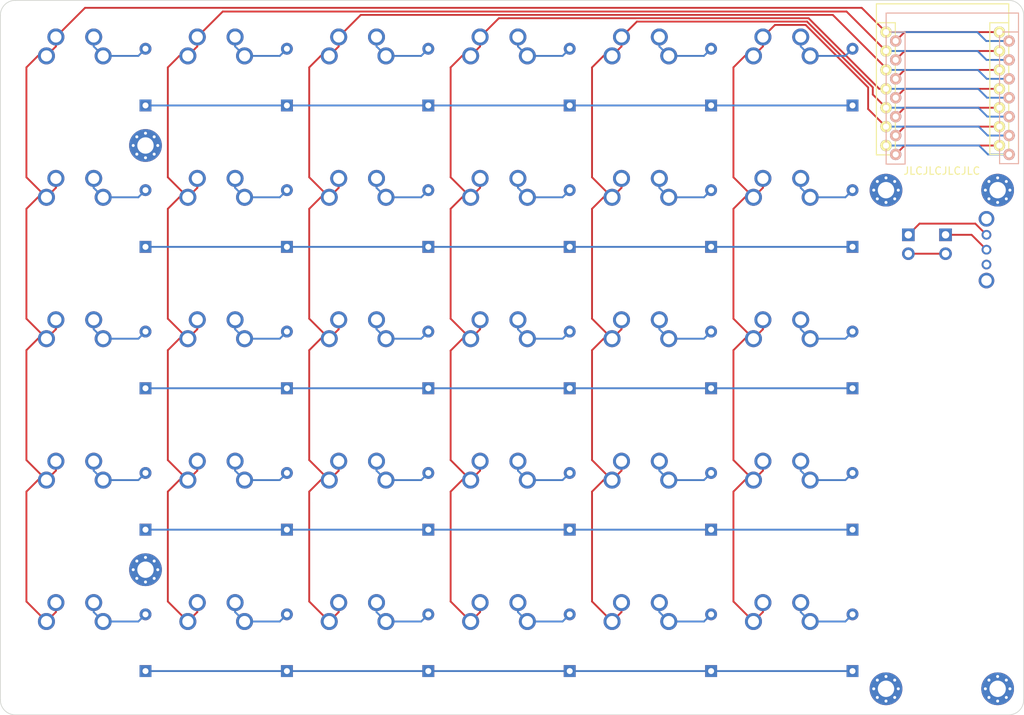
<source format=kicad_pcb>
(kicad_pcb (version 20221018) (generator pcbnew)
  (layers (0 "F.Cu" signal) (31 "B.Cu" signal) (34 "B.Paste" user) (35 "F.Paste" user) (36 "B.SilkS" user "B.Silkscreen") (37 "F.SilkS" user "F.Silkscreen") (38 "B.Mask" user) (39 "F.Mask" user) (44 "Edge.Cuts" user))
  (net 0 "")
  (net 1 "unconnected-(U1-5V-Pad14)")
  (net 2 "Net-(D1-A)")
  (net 3 "COL1")
  (net 4 "COL2")
  (net 5 "COL3")
  (net 6 "COL4")
  (net 7 "COL5")
  (net 8 "COL6")
  (net 9 "ROW1")
  (net 10 "Net-(D2-A)")
  (net 11 "Net-(D3-A)")
  (net 12 "Net-(D4-A)")
  (net 13 "Net-(D5-A)")
  (net 14 "Net-(D6-A)")
  (net 15 "ROW2")
  (net 16 "Net-(D7-A)")
  (net 17 "Net-(D8-A)")
  (net 18 "Net-(D9-A)")
  (net 19 "Net-(D10-A)")
  (net 20 "Net-(D11-A)")
  (net 21 "Net-(D12-A)")
  (net 22 "ROW3")
  (net 23 "Net-(D13-A)")
  (net 24 "Net-(D14-A)")
  (net 25 "Net-(D15-A)")
  (net 26 "Net-(D16-A)")
  (net 27 "Net-(D17-A)")
  (net 28 "Net-(D18-A)")
  (net 29 "ROW4")
  (net 30 "Net-(D19-A)")
  (net 31 "Net-(D20-A)")
  (net 32 "Net-(D21-A)")
  (net 33 "Net-(D22-A)")
  (net 34 "Net-(D23-A)")
  (net 35 "Net-(D24-A)")
  (net 36 "ROW5")
  (net 37 "Net-(D25-A)")
  (net 38 "Net-(D26-A)")
  (net 39 "Net-(D27-A)")
  (net 40 "Net-(D28-A)")
  (net 41 "Net-(D29-A)")
  (net 42 "Net-(D30-A)")
  (net 43 "CHGR+")
  (net 44 "BATT-")
  (net 45 "BATT+")
  (net 46 "VCC")
  (net 47 "GND")
  (footprint "xiao_256:Mount_M2" (layer "F.Cu") (at 154 45.5)
    (fp_text reference "H5" hide)
    (fp_text value "Hole_Pad" hide)
  )
  (footprint "xiao_256:SW_MX_reversible" (layer "F.Cu") (at 30 87)
    (fp_text reference "SW19")
    (fp_text value "CherryMX")
  )
  (footprint "xiao_256:SW_MX_reversible" (layer "F.Cu") (at 125 87)
    (fp_text reference "SW24")
    (fp_text value "CherryMX")
  )
  (footprint "xiao_256:D_DO-35_SOD27_P7.62mm_Horizontal" (layer "F.Cu") (at 115.5 34.12 90)
    (fp_text reference "D5")
    (fp_text value "D")
  )
  (footprint "xiao_256:SK12D07VG4" (layer "F.Cu") (at 152.5 53.5 90)
    (fp_text reference "U2" hide)
    (fp_text value "SK12D07VG4" hide)
  )
  (footprint "xiao_256:SW_MX_reversible" (layer "F.Cu") (at 49 87)
    (fp_text reference "SW20")
    (fp_text value "CherryMX")
  )
  (footprint "xiao_256:D_DO-35_SOD27_P7.62mm_Horizontal" (layer "F.Cu") (at 39.5 34.12 90)
    (fp_text reference "D1")
    (fp_text value "D")
  )
  (footprint "xiao_256:D_DO-35_SOD27_P7.62mm_Horizontal" (layer "F.Cu") (at 96.5 53.12 90)
    (fp_text reference "D10")
    (fp_text value "D")
  )
  (footprint "xiao_256:Mount_M2" (layer "F.Cu") (at 139 112.5)
    (fp_text reference "H4" hide)
    (fp_text value "Hole_Pad" hide)
  )
  (footprint "xiao_256:D_DO-35_SOD27_P7.62mm_Horizontal" (layer "F.Cu") (at 134.5 34.12 90)
    (fp_text reference "D6")
    (fp_text value "D")
  )
  (footprint "xiao_256:D_DO-35_SOD27_P7.62mm_Horizontal" (layer "F.Cu") (at 58.5 53.12 90)
    (fp_text reference "D8")
    (fp_text value "D")
  )
  (footprint "xiao_256:D_DO-35_SOD27_P7.62mm_Horizontal" (layer "F.Cu") (at 39.5 110.12 90)
    (fp_text reference "D25")
    (fp_text value "D")
  )
  (footprint "xiao_256:D_DO-35_SOD27_P7.62mm_Horizontal" (layer "F.Cu") (at 39.5 91.12 90)
    (fp_text reference "D19")
    (fp_text value "D")
  )
  (footprint "xiao_256:SW_MX_reversible" (layer "F.Cu") (at 106 30)
    (fp_text reference "SW5")
    (fp_text value "CherryMX")
  )
  (footprint "xiao_256:D_DO-35_SOD27_P7.62mm_Horizontal" (layer "F.Cu") (at 115.5 110.12 90)
    (fp_text reference "D29")
    (fp_text value "D")
  )
  (footprint "xiao_256:D_DO-35_SOD27_P7.62mm_Horizontal" (layer "F.Cu") (at 134.5 53.12 90)
    (fp_text reference "D12")
    (fp_text value "D")
  )
  (footprint "xiao_256:SW_MX_reversible" (layer "F.Cu") (at 106 106)
    (fp_text reference "SW29")
    (fp_text value "CherryMX")
  )
  (footprint "xiao_256:D_DO-35_SOD27_P7.62mm_Horizontal" (layer "F.Cu") (at 96.5 34.12 90)
    (fp_text reference "D4")
    (fp_text value "D")
  )
  (footprint "xiao_256:Mount_M2" (layer "F.Cu") (at 139 45.5)
    (fp_text reference "H3" hide)
    (fp_text value "Hole_Pad" hide)
  )
  (footprint "xiao_256:D_DO-35_SOD27_P7.62mm_Horizontal" (layer "F.Cu") (at 77.5 53.12 90)
    (fp_text reference "D9")
    (fp_text value "D")
  )
  (footprint "xiao_256:D_DO-35_SOD27_P7.62mm_Horizontal" (layer "F.Cu") (at 39.5 53.12 90)
    (fp_text reference "D7")
    (fp_text value "D")
  )
  (footprint "xiao_256:D_DO-35_SOD27_P7.62mm_Horizontal" (layer "F.Cu") (at 77.5 72.12 90)
    (fp_text reference "D15")
    (fp_text value "D")
  )
  (footprint "xiao_256:SW_MX_reversible" (layer "F.Cu") (at 49 49)
    (fp_text reference "SW8")
    (fp_text value "CherryMX")
  )
  (footprint "xiao_256:D_DO-35_SOD27_P7.62mm_Horizontal" (layer "F.Cu") (at 96.5 72.12 90)
    (fp_text reference "D16")
    (fp_text value "D")
  )
  (footprint "xiao_256:SW_MX_reversible" (layer "F.Cu") (at 68 30)
    (fp_text reference "SW3")
    (fp_text value "CherryMX")
  )
  (footprint "xiao_256:SW_MX_reversible" (layer "F.Cu") (at 49 68)
    (fp_text reference "SW14")
    (fp_text value "CherryMX")
  )
  (footprint "xiao_256:D_DO-35_SOD27_P7.62mm_Horizontal" (layer "F.Cu") (at 77.5 91.12 90)
    (fp_text reference "D21")
    (fp_text value "D")
  )
  (footprint "xiao_256:D_DO-35_SOD27_P7.62mm_Horizontal" (layer "F.Cu") (at 39.5 72.12 90)
    (fp_text reference "D13")
    (fp_text value "D")
  )
  (footprint "xiao_256:D_DO-35_SOD27_P7.62mm_Horizontal" (layer "F.Cu") (at 58.5 34.12 90)
    (fp_text reference "D2")
    (fp_text value "D")
  )
  (footprint "xiao_256:D_DO-35_SOD27_P7.62mm_Horizontal" (layer "F.Cu") (at 115.5 91.12 90)
    (fp_text reference "D23")
    (fp_text value "D")
  )
  (footprint "xiao_256:D_DO-35_SOD27_P7.62mm_Horizontal" (layer "F.Cu") (at 96.5 91.12 90)
    (fp_text reference "D22")
    (fp_text value "D")
  )
  (footprint "xiao_256:D_DO-35_SOD27_P7.62mm_Horizontal" (layer "F.Cu") (at 115.5 72.12 90)
    (fp_text reference "D17")
    (fp_text value "D")
  )
  (footprint "xiao_256:SW_MX_reversible" (layer "F.Cu") (at 125 49)
    (fp_text reference "SW12")
    (fp_text value "CherryMX")
  )
  (footprint "xiao_256:SW_MX_reversible" (layer "F.Cu") (at 106 49)
    (fp_text reference "SW11")
    (fp_text value "CherryMX")
  )
  (footprint "xiao_256:D_DO-35_SOD27_P7.62mm_Horizontal" (layer "F.Cu") (at 58.5 72.12 90)
    (fp_text reference "D14")
    (fp_text value "D")
  )
  (footprint "xiao_256:SW_MX_reversible" (layer "F.Cu") (at 68 106)
    (fp_text reference "SW27")
    (fp_text value "CherryMX")
  )
  (footprint "xiao_256:SW_MX_reversible" (layer "F.Cu") (at 125 68)
    (fp_text reference "SW18")
    (fp_text value "CherryMX")
  )
  (footprint "xiao_256:SW_MX_reversible" (layer "F.Cu") (at 49 30)
    (fp_text reference "SW2")
    (fp_text value "CherryMX")
  )
  (footprint "xiao_256:Seeed Xiao flip" (layer "F.Cu") (at 137.73 20.454255)
    (fp_text reference "U1" hide)
    (fp_text value "Seeed XIAO" hide)
  )
  (footprint "xiao_256:SW_MX_reversible" (layer "F.Cu") (at 68 87)
    (fp_text reference "SW21")
    (fp_text value "CherryMX")
  )
  (footprint "xiao_256:SW_MX_reversible" (layer "F.Cu") (at 87 30)
    (fp_text reference "SW4")
    (fp_text value "CherryMX")
  )
  (footprint "xiao_256:D_DO-35_SOD27_P7.62mm_Horizontal" (layer "F.Cu") (at 134.5 72.12 90)
    (fp_text reference "D18")
    (fp_text value "D")
  )
  (footprint "xiao_256:PinHeader_1x02_P2.54mm_Vertical" (layer "F.Cu") (at 147 51.5)
    (fp_text reference "J2" hide)
    (fp_text value "Conn_01x02_Pin")
  )
  (footprint "xiao_256:SW_MX_reversible" (layer "F.Cu") (at 30 68)
    (fp_text reference "SW13")
    (fp_text value "CherryMX")
  )
  (footprint "xiao_256:SW_MX_reversible" (layer "F.Cu") (at 87 87)
    (fp_text reference "SW22")
    (fp_text value "CherryMX")
  )
  (footprint "xiao_256:D_DO-35_SOD27_P7.62mm_Horizontal" (layer "F.Cu") (at 134.5 110.12 90)
    (fp_text reference "D30")
    (fp_text value "D")
  )
  (footprint "xiao_256:SW_MX_reversible" (layer "F.Cu") (at 49 106)
    (fp_text reference "SW26")
    (fp_text value "CherryMX")
  )
  (footprint "xiao_256:SW_MX_reversible" (layer "F.Cu") (at 30 30)
    (fp_text reference "SW1")
    (fp_text value "CherryMX")
  )
  (footprint "xiao_256:SW_MX_reversible" (layer "F.Cu") (at 68 68)
    (fp_text reference "SW15")
    (fp_text value "CherryMX")
  )
  (footprint "xiao_256:D_DO-35_SOD27_P7.62mm_Horizontal" (layer "F.Cu") (at 58.5 110.12 90)
    (fp_text reference "D26")
    (fp_text value "D")
  )
  (footprint "xiao_256:SW_MX_reversible" (layer "F.Cu") (at 30 49)
    (fp_text reference "SW7")
    (fp_text value "CherryMX")
  )
  (footprint "xiao_256:D_DO-35_SOD27_P7.62mm_Horizontal" (layer "F.Cu") (at 96.5 110.12 90)
    (fp_text reference "D28")
    (fp_text value "D")
  )
  (footprint "xiao_256:SW_MX_reversible" (layer "F.Cu") (at 87 106)
    (fp_text reference "SW28")
    (fp_text value "CherryMX")
  )
  (footprint "xiao_256:D_DO-35_SOD27_P7.62mm_Horizontal" (layer "F.Cu") (at 58.5 91.12 90)
    (fp_text reference "D20")
    (fp_text value "D")
  )
  (footprint "xiao_256:SW_MX_reversible" (layer "F.Cu") (at 68 49)
    (fp_text reference "SW9")
    (fp_text value "CherryMX")
  )
  (footprint "xiao_256:PinHeader_1x02_P2.54mm_Vertical" (layer "F.Cu") (at 142 51.5)
    (fp_text reference "J1" hide)
    (fp_text value "Conn_01x02_Pin")
  )
  (footprint "xiao_256:SW_MX_reversible" (layer "F.Cu") (at 125 106)
    (fp_text reference "SW30")
    (fp_text value "CherryMX")
  )
  (footprint "xiao_256:SW_MX_reversible" (layer "F.Cu") (at 106 87)
    (fp_text reference "SW23")
    (fp_text value "CherryMX")
  )
  (footprint "xiao_256:SW_MX_reversible" (layer "F.Cu") (at 125 30)
    (fp_text reference "SW6")
    (fp_text value "CherryMX")
  )
  (footprint "xiao_256:SW_MX_reversible" (layer "F.Cu") (at 106 68)
    (fp_text reference "SW17")
    (fp_text value "CherryMX")
  )
  (footprint "xiao_256:D_DO-35_SOD27_P7.62mm_Horizontal" (layer "F.Cu") (at 77.5 110.12 90)
    (fp_text reference "D27")
    (fp_text value "D")
  )
  (footprint "xiao_256:Mount_M2" (layer "F.Cu") (at 39.5 39.5)
    (fp_text reference "H1" hide)
    (fp_text value "Hole_Pad" hide)
  )
  (footprint "xiao_256:Mount_M2" (layer "F.Cu") (at 39.5 96.5)
    (fp_text reference "H2" hide)
    (fp_text value "Hole_Pad" hide)
  )
  (footprint "xiao_256:SW_MX_reversible" (layer "F.Cu") (at 30 106)
    (fp_text reference "SW25")
    (fp_text value "CherryMX")
  )
  (footprint "xiao_256:D_DO-35_SOD27_P7.62mm_Horizontal" (layer "F.Cu") (at 115.5 53.12 90)
    (fp_text reference "D11")
    (fp_text value "D")
  )
  (footprint "xiao_256:SW_MX_reversible" (layer "F.Cu") (at 87 49)
    (fp_text reference "SW10")
    (fp_text value "CherryMX")
  )
  (footprint "xiao_256:Mount_M2" (layer "F.Cu") (at 154 112.5)
    (fp_text reference "H6" hide)
    (fp_text value "Hole_Pad" hide)
  )
  (footprint "xiao_256:D_DO-35_SOD27_P7.62mm_Horizontal" (layer "F.Cu") (at 77.5 34.12 90)
    (fp_text reference "D3")
    (fp_text value "D")
  )
  (footprint "xiao_256:D_DO-35_SOD27_P7.62mm_Horizontal" (layer "F.Cu") (at 134.5 91.12 90)
    (fp_text reference "D24")
    (fp_text value "D")
  )
  (footprint "xiao_256:SW_MX_reversible" (layer "F.Cu") (at 87 68)
    (fp_text reference "SW16")
    (fp_text value "CherryMX")
  )
  (gr_arc (start 157.5 114) (mid 156.914214 115.414214) (end 155.5 116) (stroke (width 0.1)) (layer "Edge.Cuts"))
  (gr_line (start 155.5 116) (end 22 116) (stroke (width 0.1)) (layer "Edge.Cuts"))
  (gr_line (start 157.5 22) (end 157.5 114) (stroke (width 0.1)) (layer "Edge.Cuts"))
  (gr_line (start 20 114) (end 20 22) (stroke (width 0.1)) (layer "Edge.Cuts"))
  (gr_arc (start 155.5 20) (mid 156.914214 20.585786) (end 157.5 22) (stroke (width 0.1)) (layer "Edge.Cuts"))
  (gr_arc (start 22 116) (mid 20.585786 115.414214) (end 20 114) (stroke (width 0.1)) (layer "Edge.Cuts"))
  (gr_arc (start 20 22) (mid 20.585786 20.585786) (end 22 20) (stroke (width 0.1)) (layer "Edge.Cuts"))
  (gr_line (start 22 20) (end 155.5 20) (stroke (width 0.1)) (layer "Edge.Cuts"))
  (gr_text "JLCJLCJLCJLC" (at 146.5 43.5) (layer "F.SilkS") (effects (font (size 1 1)) (justify bottom)))
  (segment (start 154.24 24.264255) (end 141.49456 24.264255) (width 0.25) (layer "F.Cu") (net 1))
  (segment (start 141.49456 24.264255) (end 140.298815 25.46) (width 0.25) (layer "F.Cu") (net 1))
  (segment (start 32.54 26.19) (end 32.54 24.92) (width 0.25) (layer "B.Cu") (net 2))
  (segment (start 33.81 27.46) (end 32.54 26.19) (width 0.25) (layer "B.Cu") (net 2))
  (segment (start 38.54 27.46) (end 39.5 26.5) (width 0.25) (layer "B.Cu") (net 2))
  (segment (start 33.81 27.46) (end 38.54 27.46) (width 0.25) (layer "B.Cu") (net 2))
  (segment (start 23.5 43.77) (end 26.19 46.46) (width 0.25) (layer "F.Cu") (net 3))
  (segment (start 26.19 84.46) (end 27.46 83.19) (width 0.25) (layer "F.Cu") (net 3))
  (segment (start 23.5 100.77) (end 26.19 103.46) (width 0.25) (layer "F.Cu") (net 3))
  (segment (start 135.735745 21) (end 139 24.264255) (width 0.25) (layer "F.Cu") (net 3))
  (segment (start 26.19 27.46) (end 25.047 27.46) (width 0.25) (layer "F.Cu") (net 3))
  (segment (start 26.19 103.46) (end 27.46 102.19) (width 0.25) (layer "F.Cu") (net 3))
  (segment (start 27.46 64.19) (end 27.46 62.92) (width 0.25) (layer "F.Cu") (net 3))
  (segment (start 27.46 26.19) (end 27.46 24.92) (width 0.25) (layer "F.Cu") (net 3))
  (segment (start 26.19 65.46) (end 27.46 64.19) (width 0.25) (layer "F.Cu") (net 3))
  (segment (start 23.5 81.77) (end 26.19 84.46) (width 0.25) (layer "F.Cu") (net 3))
  (segment (start 26.19 84.46) (end 25.047 84.46) (width 0.25) (layer "F.Cu") (net 3))
  (segment (start 25.047 27.46) (end 23.5 29.007) (width 0.25) (layer "F.Cu") (net 3))
  (segment (start 23.5 86.007) (end 23.5 100.77) (width 0.25) (layer "F.Cu") (net 3))
  (segment (start 25.047 46.46) (end 23.5 48.007) (width 0.25) (layer "F.Cu") (net 3))
  (segment (start 31.38 21) (end 135.735745 21) (width 0.25) (layer "F.Cu") (net 3))
  (segment (start 23.5 29.007) (end 23.5 43.77) (width 0.25) (layer "F.Cu") (net 3))
  (segment (start 26.19 27.46) (end 27.46 26.19) (width 0.25) (layer "F.Cu") (net 3))
  (segment (start 25.047 65.46) (end 23.5 67.007) (width 0.25) (layer "F.Cu") (net 3))
  (segment (start 23.5 62.77) (end 26.19 65.46) (width 0.25) (layer "F.Cu") (net 3))
  (segment (start 25.047 84.46) (end 23.5 86.007) (width 0.25) (layer "F.Cu") (net 3))
  (segment (start 27.46 24.92) (end 31.38 21) (width 0.25) (layer "F.Cu") (net 3))
  (segment (start 23.5 67.007) (end 23.5 81.77) (width 0.25) (layer "F.Cu") (net 3))
  (segment (start 26.19 46.46) (end 27.46 45.19) (width 0.25) (layer "F.Cu") (net 3))
  (segment (start 26.19 65.46) (end 25.047 65.46) (width 0.25) (layer "F.Cu") (net 3))
  (segment (start 27.46 45.19) (end 27.46 43.92) (width 0.25) (layer "F.Cu") (net 3))
  (segment (start 26.19 46.46) (end 25.047 46.46) (width 0.25) (layer "F.Cu") (net 3))
  (segment (start 23.5 48.007) (end 23.5 62.77) (width 0.25) (layer "F.Cu") (net 3))
  (segment (start 27.46 83.19) (end 27.46 81.92) (width 0.25) (layer "F.Cu") (net 3))
  (segment (start 27.46 102.19) (end 27.46 100.92) (width 0.25) (layer "F.Cu") (net 3))
  (segment (start 139 24.264255) (end 151.264255 24.264255) (width 0.25) (layer "B.Cu") (net 3))
  (segment (start 152.46 25.46) (end 155.538815 25.46) (width 0.25) (layer "B.Cu") (net 3))
  (segment (start 151.264255 24.264255) (end 152.46 25.46) (width 0.25) (layer "B.Cu") (net 3))
  (segment (start 44.047 84.46) (end 42.5 86.007) (width 0.25) (layer "F.Cu") (net 4))
  (segment (start 42.5 67.007) (end 42.5 81.77) (width 0.25) (layer "F.Cu") (net 4))
  (segment (start 49.88 21.5) (end 133.695745 21.5) (width 0.25) (layer "F.Cu") (net 4))
  (segment (start 46.46 24.92) (end 49.88 21.5) (width 0.25) (layer "F.Cu") (net 4))
  (segment (start 42.5 100.77) (end 45.19 103.46) (width 0.25) (layer "F.Cu") (net 4))
  (segment (start 44.047 46.46) (end 42.5 48.007) (width 0.25) (layer "F.Cu") (net 4))
  (segment (start 44.047 65.46) (end 42.5 67.007) (width 0.25) (layer "F.Cu") (net 4))
  (segment (start 46.46 102.19) (end 46.46 100.92) (width 0.25) (layer "F.Cu") (net 4))
  (segment (start 45.19 84.46) (end 46.46 83.19) (width 0.25) (layer "F.Cu") (net 4))
  (segment (start 46.46 45.19) (end 46.46 43.92) (width 0.25) (layer "F.Cu") (net 4))
  (segment (start 45.19 103.46) (end 46.46 102.19) (width 0.25) (layer "F.Cu") (net 4))
  (segment (start 42.5 43.77) (end 45.19 46.46) (width 0.25) (layer "F.Cu") (net 4))
  (segment (start 46.46 64.19) (end 46.46 62.92) (width 0.25) (layer "F.Cu") (net 4))
  (segment (start 45.19 65.46) (end 46.46 64.19) (width 0.25) (layer "F.Cu") (net 4))
  (segment (start 133.695745 21.5) (end 139 26.804255) (width 0.25) (layer "F.Cu") (net 4))
  (segment (start 42.5 62.77) (end 45.19 65.46) (width 0.25) (layer "F.Cu") (net 4))
  (segment (start 42.5 29.007) (end 42.5 43.77) (width 0.25) (layer "F.Cu") (net 4))
  (segment (start 44.047 27.46) (end 42.5 29.007) (width 0.25) (layer "F.Cu") (net 4))
  (segment (start 46.46 83.19) (end 46.46 81.92) (width 0.25) (layer "F.Cu") (net 4))
  (segment (start 45.19 84.46) (end 44.047 84.46) (width 0.25) (layer "F.Cu") (net 4))
  (segment (start 45.19 46.46) (end 46.46 45.19) (width 0.25) (layer "F.Cu") (net 4))
  (segment (start 45.19 46.46) (end 44.047 46.46) (width 0.25) (layer "F.Cu") (net 4))
  (segment (start 45.19 27.46) (end 46.46 26.19) (width 0.25) (layer "F.Cu") (net 4))
  (segment (start 45.19 27.46) (end 44.047 27.46) (width 0.25) (layer "F.Cu") (net 4))
  (segment (start 46.46 26.19) (end 46.46 24.92) (width 0.25) (layer "F.Cu") (net 4))
  (segment (start 45.19 65.46) (end 44.047 65.46) (width 0.25) (layer "F.Cu") (net 4))
  (segment (start 42.5 86.007) (end 42.5 100.77) (width 0.25) (layer "F.Cu") (net 4))
  (segment (start 42.5 48.007) (end 42.5 62.77) (width 0.25) (layer "F.Cu") (net 4))
  (segment (start 42.5 81.77) (end 45.19 84.46) (width 0.25) (layer "F.Cu") (net 4))
  (segment (start 151.304255 26.804255) (end 152.5 28) (width 0.25) (layer "B.Cu") (net 4))
  (segment (start 139 26.804255) (end 151.304255 26.804255) (width 0.25) (layer "B.Cu") (net 4))
  (segment (start 152.5 28) (end 155.538815 28) (width 0.25) (layer "B.Cu") (net 4))
  (segment (start 65.46 64.19) (end 65.46 62.92) (width 0.25) (layer "F.Cu") (net 5))
  (segment (start 61.5 86.007) (end 61.5 100.77) (width 0.25) (layer "F.Cu") (net 5))
  (segment (start 63.047 27.46) (end 61.5 29.007) (width 0.25) (layer "F.Cu") (net 5))
  (segment (start 63.047 46.46) (end 61.5 48.007) (width 0.25) (layer "F.Cu") (net 5))
  (segment (start 64.19 46.46) (end 63.047 46.46) (width 0.25) (layer "F.Cu") (net 5))
  (segment (start 65.46 24.92) (end 68.43 21.95) (width 0.25) (layer "F.Cu") (net 5))
  (segment (start 61.5 100.77) (end 64.19 103.46) (width 0.25) (layer "F.Cu") (net 5))
  (segment (start 131.85 21.95) (end 139 29.1) (width 0.25) (layer "F.Cu") (net 5))
  (segment (start 64.19 103.46) (end 65.46 102.19) (width 0.25) (layer "F.Cu") (net 5))
  (segment (start 139 29.1) (end 139 29.344255) (width 0.25) (layer "F.Cu") (net 5))
  (segment (start 61.5 67.007) (end 61.5 81.77) (width 0.25) (layer "F.Cu") (net 5))
  (segment (start 68.43 21.95) (end 131.85 21.95) (width 0.25) (layer "F.Cu") (net 5))
  (segment (start 61.5 29.007) (end 61.5 43.77) (width 0.25) (layer "F.Cu") (net 5))
  (segment (start 65.46 45.19) (end 65.46 43.92) (width 0.25) (layer "F.Cu") (net 5))
  (segment (start 64.19 84.46) (end 63.047 84.46) (width 0.25) (layer "F.Cu") (net 5))
  (segment (start 64.19 65.46) (end 63.047 65.46) (width 0.25) (layer "F.Cu") (net 5))
  (segment (start 63.047 84.46) (end 61.5 86.007) (width 0.25) (layer "F.Cu") (net 5))
  (segment (start 64.19 27.46) (end 63.047 27.46) (width 0.25) (layer "F.Cu") (net 5))
  (segment (start 61.5 48.007) (end 61.5 62.77) (width 0.25) (layer "F.Cu") (net 5))
  (segment (start 64.19 65.46) (end 65.46 64.19) (width 0.25) (layer "F.Cu") (net 5))
  (segment (start 63.047 65.46) (end 61.5 67.007) (width 0.25) (layer "F.Cu") (net 5))
  (segment (start 61.5 43.77) (end 64.19 46.46) (width 0.25) (layer "F.Cu") (net 5))
  (segment (start 65.46 102.19) (end 65.46 100.92) (width 0.25) (layer "F.Cu") (net 5))
  (segment (start 61.5 62.77) (end 64.19 65.46) (width 0.25) (layer "F.Cu") (net 5))
  (segment (start 65.46 83.19) (end 65.46 81.92) (width 0.25) (layer "F.Cu") (net 5))
  (segment (start 64.19 46.46) (end 65.46 45.19) (width 0.25) (layer "F.Cu") (net 5))
  (segment (start 61.5 81.77) (end 64.19 84.46) (width 0.25) (layer "F.Cu") (net 5))
  (segment (start 64.19 27.46) (end 65.46 26.19) (width 0.25) (layer "F.Cu") (net 5))
  (segment (start 64.19 84.46) (end 65.46 83.19) (width 0.25) (layer "F.Cu") (net 5))
  (segment (start 65.46 26.19) (end 65.46 24.92) (width 0.25) (layer "F.Cu") (net 5))
  (segment (start 151.344255 29.344255) (end 152.54 30.54) (width 0.25) (layer "B.Cu") (net 5))
  (segment (start 139 29.344255) (end 151.344255 29.344255) (width 0.25) (layer "B.Cu") (net 5))
  (segment (start 152.54 30.54) (end 155.538815 30.54) (width 0.25) (layer "B.Cu") (net 5))
  (segment (start 138.084255 31.884255) (end 139 31.884255) (width 0.25) (layer "F.Cu") (net 6))
  (segment (start 83.19 27.46) (end 82.047 27.46) (width 0.25) (layer "F.Cu") (net 6))
  (segment (start 86.98 22.4) (end 128.6 22.4) (width 0.25) (layer "F.Cu") (net 6))
  (segment (start 83.19 103.46) (end 84.46 102.19) (width 0.25) (layer "F.Cu") (net 6))
  (segment (start 84.46 45.19) (end 84.46 43.92) (width 0.25) (layer "F.Cu") (net 6))
  (segment (start 83.19 65.46) (end 84.46 64.19) (width 0.25) (layer "F.Cu") (net 6))
  (segment (start 82.047 27.46) (end 80.5 29.007) (width 0.25) (layer "F.Cu") (net 6))
  (segment (start 83.19 84.46) (end 82.047 84.46) (width 0.25) (layer "F.Cu") (net 6))
  (segment (start 84.46 64.19) (end 84.46 62.92) (width 0.25) (layer "F.Cu") (net 6))
  (segment (start 80.5 43.77) (end 83.19 46.46) (width 0.25) (layer "F.Cu") (net 6))
  (segment (start 84.46 83.19) (end 84.46 81.92) (width 0.25) (layer "F.Cu") (net 6))
  (segment (start 82.047 84.46) (end 80.5 86.007) (width 0.25) (layer "F.Cu") (net 6))
  (segment (start 82.10038 65.46) (end 80.5 67.06038) (width 0.25) (layer "F.Cu") (net 6))
  (segment (start 80.5 67.06038) (end 80.5 81.77) (width 0.25) (layer "F.Cu") (net 6))
  (segment (start 83.19 65.46) (end 82.10038 65.46) (width 0.25) (layer "F.Cu") (net 6))
  (segment (start 83.19 46.46) (end 82.047 46.46) (width 0.25) (layer "F.Cu") (net 6))
  (segment (start 80.5 100.77) (end 83.19 103.46) (width 0.25) (layer "F.Cu") (net 6))
  (segment (start 82.047 46.46) (end 80.5 48.007) (width 0.25) (layer "F.Cu") (net 6))
  (segment (start 84.46 102.19) (end 84.46 100.92) (width 0.25) (layer "F.Cu") (net 6))
  (segment (start 83.19 46.46) (end 84.46 45.19) (width 0.25) (layer "F.Cu") (net 6))
  (segment (start 83.19 84.46) (end 84.46 83.19) (width 0.25) (layer "F.Cu") (net 6))
  (segment (start 80.5 86.007) (end 80.5 100.77) (width 0.25) (layer "F.Cu") (net 6))
  (segment (start 128.6 22.4) (end 138.084255 31.884255) (width 0.25) (layer "F.Cu") (net 6))
  (segment (start 83.19 27.46) (end 84.46 26.19) (width 0.25) (layer "F.Cu") (net 6))
  (segment (start 84.46 24.92) (end 86.98 22.4) (width 0.25) (layer "F.Cu") (net 6))
  (segment (start 80.5 48.007) (end 80.5 62.77) (width 0.25) (layer "F.Cu") (net 6))
  (segment (start 80.5 81.77) (end 83.19 84.46) (width 0.25) (layer "F.Cu") (net 6))
  (segment (start 84.46 26.19) (end 84.46 24.92) (width 0.25) (layer "F.Cu") (net 6))
  (segment (start 80.5 29.007) (end 80.5 43.77) (width 0.25) (layer "F.Cu") (net 6))
  (segment (start 80.5 62.77) (end 83.19 65.46) (width 0.25) (layer "F.Cu") (net 6))
  (segment (start 151.384255 31.884255) (end 152.58 33.08) (width 0.25) (layer "B.Cu") (net 6))
  (segment (start 139 31.884255) (end 151.384255 31.884255) (width 0.25) (layer "B.Cu") (net 6))
  (segment (start 152.58 33.08) (end 155.538815 33.08) (width 0.25) (layer "B.Cu") (net 6))
  (segment (start 99.5 100.77) (end 102.19 103.46) (width 0.25) (layer "F.Cu") (net 7))
  (segment (start 99.5 67.007) (end 99.5 81.77) (width 0.25) (layer "F.Cu") (net 7))
  (segment (start 128.386396 22.85) (end 137.224255 31.687859) (width 0.25) (layer "F.Cu") (net 7))
  (segment (start 101.047 84.46) (end 99.5 86.007) (width 0.25) (layer "F.Cu") (net 7))
  (segment (start 103.46 102.19) (end 103.46 100.92) (width 0.25) (layer "F.Cu") (net 7))
  (segment (start 103.46 83.19) (end 103.46 81.92) (width 0.25) (layer "F.Cu") (net 7))
  (segment (start 103.46 45.19) (end 103.46 43.92) (width 0.25) (layer "F.Cu") (net 7))
  (segment (start 102.19 46.46) (end 103.46 45.19) (width 0.25) (layer "F.Cu") (net 7))
  (segment (start 103.46 64.19) (end 103.46 62.92) (width 0.25) (layer "F.Cu") (net 7))
  (segment (start 101.047 46.46) (end 99.5 48.007) (width 0.25) (layer "F.Cu") (net 7))
  (segment (start 102.19 27.46) (end 103.46 26.19) (width 0.25) (layer "F.Cu") (net 7))
  (segment (start 99.5 86.007) (end 99.5 100.77) (width 0.25) (layer "F.Cu") (net 7))
  (segment (start 137.224255 32.64851) (end 139 34.424255) (width 0.25) (layer "F.Cu") (net 7))
  (segment (start 137.224255 31.687859) (end 137.224255 32.64851) (width 0.25) (layer "F.Cu") (net 7))
  (segment (start 105.53 22.85) (end 128.386396 22.85) (width 0.25) (layer "F.Cu") (net 7))
  (segment (start 102.19 84.46) (end 103.46 83.19) (width 0.25) (layer "F.Cu") (net 7))
  (segment (start 102.19 65.46) (end 101.047 65.46) (width 0.25) (layer "F.Cu") (net 7))
  (segment (start 103.46 24.92) (end 105.53 22.85) (width 0.25) (layer "F.Cu") (net 7))
  (segment (start 99.5 43.77) (end 102.19 46.46) (width 0.25) (layer "F.Cu") (net 7))
  (segment (start 102.19 84.46) (end 101.047 84.46) (width 0.25) (layer "F.Cu") (net 7))
  (segment (start 102.19 27.46) (end 101.047 27.46) (width 0.25) (layer "F.Cu") (net 7))
  (segment (start 103.46 26.19) (end 103.46 24.92) (width 0.25) (layer "F.Cu") (net 7))
  (segment (start 99.5 48.007) (end 99.5 62.77) (width 0.25) (layer "F.Cu") (net 7))
  (segment (start 101.047 65.46) (end 99.5 67.007) (width 0.25) (layer "F.Cu") (net 7))
  (segment (start 138.375745 34.424255) (end 139 34.424255) (width 0.25) (layer "F.Cu") (net 7))
  (segment (start 102.19 65.46) (end 103.46 64.19) (width 0.25) (layer "F.Cu") (net 7))
  (segment (start 102.19 46.46) (end 101.047 46.46) (width 0.25) (layer "F.Cu") (net 7))
  (segment (start 99.5 62.77) (end 102.19 65.46) (width 0.25) (layer "F.Cu") (net 7))
  (segment (start 99.5 81.77) (end 102.19 84.46) (width 0.25) (layer "F.Cu") (net 7))
  (segment (start 101.047 27.46) (end 99.5 29.007) (width 0.25) (layer "F.Cu") (net 7))
  (segment (start 99.5 29.007) (end 99.5 43.77) (width 0.25) (layer "F.Cu") (net 7))
  (segment (start 102.19 103.46) (end 103.46 102.19) (width 0.25) (layer "F.Cu") (net 7))
  (segment (start 139 34.424255) (end 151.424255 34.424255) (width 0.25) (layer "B.Cu") (net 7))
  (segment (start 151.424255 34.424255) (end 152.62 35.62) (width 0.25) (layer "B.Cu") (net 7))
  (segment (start 152.62 35.62) (end 155.538815 35.62) (width 0.25) (layer "B.Cu") (net 7))
  (segment (start 120.047 46.46) (end 118.5 48.007) (width 0.25) (layer "F.Cu") (net 8))
  (segment (start 121.19 103.46) (end 122.46 102.19) (width 0.25) (layer "F.Cu") (net 8))
  (segment (start 118.5 43.77) (end 121.19 46.46) (width 0.25) (layer "F.Cu") (net 8))
  (segment (start 122.46 83.19) (end 122.46 81.92) (width 0.25) (layer "F.Cu") (net 8))
  (segment (start 118.5 100.77) (end 121.19 103.46) (width 0.25) (layer "F.Cu") (net 8))
  (segment (start 122.46 26.19) (end 122.46 24.92) (width 0.25) (layer "F.Cu") (net 8))
  (segment (start 118.5 48.007) (end 118.5 62.77) (width 0.25) (layer "F.Cu") (net 8))
  (segment (start 124.08 23.3) (end 128.2 23.3) (width 0.25) (layer "F.Cu") (net 8))
  (segment (start 138.964255 36.964255) (end 139 36.964255) (width 0.25) (layer "F.Cu") (net 8))
  (segment (start 122.46 24.92) (end 124.08 23.3) (width 0.25) (layer "F.Cu") (net 8))
  (segment (start 121.19 84.46) (end 122.46 83.19) (width 0.25) (layer "F.Cu") (net 8))
  (segment (start 122.46 64.19) (end 122.46 62.92) (width 0.25) (layer "F.Cu") (net 8))
  (segment (start 136.6 34.6) (end 138.964255 36.964255) (width 0.25) (layer "F.Cu") (net 8))
  (segment (start 136.6 31.7) (end 136.6 34.6) (width 0.25) (layer "F.Cu") (net 8))
  (segment (start 121.19 65.46) (end 122.46 64.19) (width 0.25) (layer "F.Cu") (net 8))
  (segment (start 121.19 27.46) (end 120.047 27.46) (width 0.25) (layer "F.Cu") (net 8))
  (segment (start 120.047 84.46) (end 118.5 86.007) (width 0.25) (layer "F.Cu") (net 8))
  (segment (start 121.19 65.46) (end 120.047 65.46) (width 0.25) (layer "F.Cu") (net 8))
  (segment (start 121.19 46.46) (end 120.047 46.46) (width 0.25) (layer "F.Cu") (net 8))
  (segment (start 121.19 27.46) (end 122.46 26.19) (width 0.25) (layer "F.Cu") (net 8))
  (segment (start 120.047 65.46) (end 118.5 67.007) (width 0.25) (layer "F.Cu") (net 8))
  (segment (start 118.5 67.007) (end 118.5 81.77) (width 0.25) (layer "F.Cu") (net 8))
  (segment (start 121.19 84.46) (end 120.047 84.46) (width 0.25) (layer "F.Cu") (net 8))
  (segment (start 121.19 46.46) (end 122.46 45.19) (width 0.25) (layer "F.Cu") (net 8))
  (segment (start 128.2 23.3) (end 136.6 31.7) (width 0.25) (layer "F.Cu") (net 8))
  (segment (start 118.5 86.007) (end 118.5 100.77) (width 0.25) (layer "F.Cu") (net 8))
  (segment (start 122.46 45.19) (end 122.46 43.92) (width 0.25) (layer "F.Cu") (net 8))
  (segment (start 122.46 102.19) (end 122.46 100.92) (width 0.25) (layer "F.Cu") (net 8))
  (segment (start 118.5 62.77) (end 121.19 65.46) (width 0.25) (layer "F.Cu") (net 8))
  (segment (start 118.5 81.77) (end 121.19 84.46) (width 0.25) (layer "F.Cu") (net 8))
  (segment (start 118.5 29.007) (end 118.5 43.77) (width 0.25) (layer "F.Cu") (net 8))
  (segment (start 120.047 27.46) (end 118.5 29.007) (width 0.25) (layer "F.Cu") (net 8))
  (segment (start 152.66 38.16) (end 155.538815 38.16) (width 0.25) (layer "B.Cu") (net 8))
  (segment (start 139 36.964255) (end 151.464255 36.964255) (width 0.25) (layer "B.Cu") (net 8))
  (segment (start 151.464255 36.964255) (end 152.66 38.16) (width 0.25) (layer "B.Cu") (net 8))
  (segment (start 58.5 34.12) (end 77.5 34.12) (width 0.25) (layer "B.Cu") (net 9))
  (segment (start 152.7 40.7) (end 155.538815 40.7) (width 0.25) (layer "B.Cu") (net 9))
  (segment (start 96.5 34.12) (end 115.5 34.12) (width 0.25) (layer "B.Cu") (net 9))
  (segment (start 139 39.504255) (end 143.180321 39.504255) (width 0.25) (layer "B.Cu") (net 9))
  (segment (start 151.5 39.5) (end 152.7 40.7) (width 0.25) (layer "B.Cu") (net 9))
  (segment (start 143.184576 39.5) (end 151.5 39.5) (width 0.25) (layer "B.Cu") (net 9))
  (segment (start 77.5 34.12) (end 96.5 34.12) (width 0.25) (layer "B.Cu") (net 9))
  (segment (start 39.5 34.12) (end 58.5 34.12) (width 0.25) (layer "B.Cu") (net 9))
  (segment (start 143.180321 39.504255) (end 143.184576 39.5) (width 0.25) (layer "B.Cu") (net 9))
  (segment (start 115.5 34.12) (end 134.5 34.12) (width 0.25) (layer "B.Cu") (net 9))
  (segment (start 51.54 26.19) (end 51.54 24.92) (width 0.25) (layer "B.Cu") (net 10))
  (segment (start 52.81 27.46) (end 51.54 26.19) (width 0.25) (layer "B.Cu") (net 10))
  (segment (start 57.54 27.46) (end 58.5 26.5) (width 0.25) (layer "B.Cu") (net 10))
  (segment (start 52.81 27.46) (end 57.54 27.46) (width 0.25) (layer "B.Cu") (net 10))
  (segment (start 71.81 27.46) (end 76.54 27.46) (width 0.25) (layer "B.Cu") (net 11))
  (segment (start 71.81 27.46) (end 70.54 26.19) (width 0.25) (layer "B.Cu") (net 11))
  (segment (start 76.54 27.46) (end 77.5 26.5) (width 0.25) (layer "B.Cu") (net 11))
  (segment (start 70.54 26.19) (end 70.54 24.92) (width 0.25) (layer "B.Cu") (net 11))
  (segment (start 95.54 27.46) (end 96.5 26.5) (width 0.25) (layer "B.Cu") (net 12))
  (segment (start 89.54 26.19) (end 89.54 24.92) (width 0.25) (layer "B.Cu") (net 12))
  (segment (start 90.81 27.46) (end 89.54 26.19) (width 0.25) (layer "B.Cu") (net 12))
  (segment (start 90.81 27.46) (end 95.54 27.46) (width 0.25) (layer "B.Cu") (net 12))
  (segment (start 108.54 26.19) (end 108.54 24.92) (width 0.25) (layer "B.Cu") (net 13))
  (segment (start 109.81 27.46) (end 108.54 26.19) (width 0.25) (layer "B.Cu") (net 13))
  (segment (start 109.81 27.46) (end 114.54 27.46) (width 0.25) (layer "B.Cu") (net 13))
  (segment (start 114.54 27.46) (end 115.5 26.5) (width 0.25) (layer "B.Cu") (net 13))
  (segment (start 127.54 26.19) (end 127.54 24.92) (width 0.25) (layer "B.Cu") (net 14))
  (segment (start 128.81 27.46) (end 127.54 26.19) (width 0.25) (layer "B.Cu") (net 14))
  (segment (start 133.54 27.46) (end 134.5 26.5) (width 0.25) (layer "B.Cu") (net 14))
  (segment (start 128.81 27.46) (end 133.54 27.46) (width 0.25) (layer "B.Cu") (net 14))
  (segment (start 141.49456 39.504255) (end 140.298815 40.7) (width 0.25) (layer "F.Cu") (net 15))
  (segment (start 154.24 39.504255) (end 141.49456 39.504255) (width 0.25) (layer "F.Cu") (net 15))
  (segment (start 77.5 53.12) (end 96.5 53.12) (width 0.25) (layer "B.Cu") (net 15))
  (segment (start 39.5 53.12) (end 58.5 53.12) (width 0.25) (layer "B.Cu") (net 15))
  (segment (start 96.5 53.12) (end 115.5 53.12) (width 0.25) (layer "B.Cu") (net 15))
  (segment (start 58.5 53.12) (end 77.5 53.12) (width 0.25) (layer "B.Cu") (net 15))
  (segment (start 115.5 53.12) (end 134.5 53.12) (width 0.25) (layer "B.Cu") (net 15))
  (segment (start 38.54 46.46) (end 39.5 45.5) (width 0.25) (layer "B.Cu") (net 16))
  (segment (start 33.81 46.46) (end 32.54 45.19) (width 0.25) (layer "B.Cu") (net 16))
  (segment (start 32.54 45.19) (end 32.54 43.92) (width 0.25) (layer "B.Cu") (net 16))
  (segment (start 33.81 46.46) (end 38.54 46.46) (width 0.25) (layer "B.Cu") (net 16))
  (segment (start 52.81 46.46) (end 51.54 45.19) (width 0.25) (layer "B.Cu") (net 17))
  (segment (start 57.54 46.46) (end 58.5 45.5) (width 0.25) (layer "B.Cu") (net 17))
  (segment (start 51.54 45.19) (end 51.54 43.92) (width 0.25) (layer "B.Cu") (net 17))
  (segment (start 52.81 46.46) (end 57.54 46.46) (width 0.25) (layer "B.Cu") (net 17))
  (segment (start 76.54 46.46) (end 77.5 45.5) (width 0.25) (layer "B.Cu") (net 18))
  (segment (start 71.81 46.46) (end 70.54 45.19) (width 0.25) (layer "B.Cu") (net 18))
  (segment (start 71.81 46.46) (end 76.54 46.46) (width 0.25) (layer "B.Cu") (net 18))
  (segment (start 70.54 45.19) (end 70.54 43.92) (width 0.25) (layer "B.Cu") (net 18))
  (segment (start 90.81 46.46) (end 89.54 45.19) (width 0.25) (layer "B.Cu") (net 19))
  (segment (start 90.81 46.46) (end 95.54 46.46) (width 0.25) (layer "B.Cu") (net 19))
  (segment (start 89.54 45.19) (end 89.54 43.92) (width 0.25) (layer "B.Cu") (net 19))
  (segment (start 95.54 46.46) (end 96.5 45.5) (width 0.25) (layer "B.Cu") (net 19))
  (segment (start 109.81 46.46) (end 114.54 46.46) (width 0.25) (layer "B.Cu") (net 20))
  (segment (start 109.81 46.46) (end 108.54 45.19) (width 0.25) (layer "B.Cu") (net 20))
  (segment (start 114.54 46.46) (end 115.5 45.5) (width 0.25) (layer "B.Cu") (net 20))
  (segment (start 108.54 45.19) (end 108.54 43.92) (width 0.25) (layer "B.Cu") (net 20))
  (segment (start 133.54 46.46) (end 134.5 45.5) (width 0.25) (layer "B.Cu") (net 21))
  (segment (start 128.81 46.46) (end 133.54 46.46) (width 0.25) (layer "B.Cu") (net 21))
  (segment (start 128.81 46.46) (end 127.54 45.19) (width 0.25) (layer "B.Cu") (net 21))
  (segment (start 127.54 45.19) (end 127.54 43.92) (width 0.25) (layer "B.Cu") (net 21))
  (segment (start 141.49456 36.964255) (end 140.298815 38.16) (width 0.25) (layer "F.Cu") (net 22))
  (segment (start 154.24 36.964255) (end 141.49456 36.964255) (width 0.25) (layer "F.Cu") (net 22))
  (segment (start 77.5 72.12) (end 96.5 72.12) (width 0.25) (layer "B.Cu") (net 22))
  (segment (start 96.5 72.12) (end 115.5 72.12) (width 0.25) (layer "B.Cu") (net 22))
  (segment (start 115.5 72.12) (end 134.5 72.12) (width 0.25) (layer "B.Cu") (net 22))
  (segment (start 39.5 72.12) (end 58.5 72.12) (width 0.25) (layer "B.Cu") (net 22))
  (segment (start 58.5 72.12) (end 77.5 72.12) (width 0.25) (layer "B.Cu") (net 22))
  (segment (start 33.81 65.46) (end 32.54 64.19) (width 0.25) (layer "B.Cu") (net 23))
  (segment (start 33.81 65.46) (end 38.54 65.46) (width 0.25) (layer "B.Cu") (net 23))
  (segment (start 38.54 65.46) (end 39.5 64.5) (width 0.25) (layer "B.Cu") (net 23))
  (segment (start 32.54 64.19) (end 32.54 62.92) (width 0.25) (layer "B.Cu") (net 23))
  (segment (start 52.81 65.46) (end 57.54 65.46) (width 0.25) (layer "B.Cu") (net 24))
  (segment (start 57.54 65.46) (end 58.5 64.5) (width 0.25) (layer "B.Cu") (net 24))
  (segment (start 51.54 64.19) (end 51.54 62.92) (width 0.25) (layer "B.Cu") (net 24))
  (segment (start 52.81 65.46) (end 51.54 64.19) (width 0.25) (layer "B.Cu") (net 24))
  (segment (start 71.81 65.46) (end 76.54 65.46) (width 0.25) (layer "B.Cu") (net 25))
  (segment (start 71.81 65.46) (end 70.54 64.19) (width 0.25) (layer "B.Cu") (net 25))
  (segment (start 70.54 64.19) (end 70.54 62.92) (width 0.25) (layer "B.Cu") (net 25))
  (segment (start 76.54 65.46) (end 77.5 64.5) (width 0.25) (layer "B.Cu") (net 25))
  (segment (start 90.81 65.46) (end 89.54 64.19) (width 0.25) (layer "B.Cu") (net 26))
  (segment (start 95.54 65.46) (end 96.5 64.5) (width 0.25) (layer "B.Cu") (net 26))
  (segment (start 89.54 64.19) (end 89.54 62.92) (width 0.25) (layer "B.Cu") (net 26))
  (segment (start 90.81 65.46) (end 95.54 65.46) (width 0.25) (layer "B.Cu") (net 26))
  (segment (start 109.81 65.46) (end 108.54 64.19) (width 0.25) (layer "B.Cu") (net 27))
  (segment (start 114.54 65.46) (end 115.5 64.5) (width 0.25) (layer "B.Cu") (net 27))
  (segment (start 109.81 65.46) (end 114.54 65.46) (width 0.25) (layer "B.Cu") (net 27))
  (segment (start 108.54 64.19) (end 108.54 62.92) (width 0.25) (layer "B.Cu") (net 27))
  (segment (start 133.54 65.46) (end 134.5 64.5) (width 0.25) (layer "B.Cu") (net 28))
  (segment (start 128.81 65.46) (end 133.54 65.46) (width 0.25) (layer "B.Cu") (net 28))
  (segment (start 128.81 65.46) (end 127.54 64.19) (width 0.25) (layer "B.Cu") (net 28))
  (segment (start 127.54 64.19) (end 127.54 62.92) (width 0.25) (layer "B.Cu") (net 28))
  (segment (start 141.49456 34.424255) (end 140.298815 35.62) (width 0.25) (layer "F.Cu") (net 29))
  (segment (start 154.24 34.424255) (end 141.49456 34.424255) (width 0.25) (layer "F.Cu") (net 29))
  (segment (start 77.5 91.12) (end 96.5 91.12) (width 0.25) (layer "B.Cu") (net 29))
  (segment (start 39.5 91.12) (end 58.5 91.12) (width 0.25) (layer "B.Cu") (net 29))
  (segment (start 96.5 91.12) (end 115.5 91.12) (width 0.25) (layer "B.Cu") (net 29))
  (segment (start 58.5 91.12) (end 77.5 91.12) (width 0.25) (layer "B.Cu") (net 29))
  (segment (start 115.5 91.12) (end 134.5 91.12) (width 0.25) (layer "B.Cu") (net 29))
  (segment (start 32.54 83.19) (end 32.54 81.92) (width 0.25) (layer "B.Cu") (net 30))
  (segment (start 33.81 84.46) (end 38.54 84.46) (width 0.25) (layer "B.Cu") (net 30))
  (segment (start 33.81 84.46) (end 32.54 83.19) (width 0.25) (layer "B.Cu") (net 30))
  (segment (start 38.54 84.46) (end 39.5 83.5) (width 0.25) (layer "B.Cu") (net 30))
  (segment (start 52.81 84.46) (end 57.54 84.46) (width 0.25) (layer "B.Cu") (net 31))
  (segment (start 57.54 84.46) (end 58.5 83.5) (width 0.25) (layer "B.Cu") (net 31))
  (segment (start 52.81 84.46) (end 51.54 83.19) (width 0.25) (layer "B.Cu") (net 31))
  (segment (start 51.54 83.19) (end 51.54 81.92) (width 0.25) (layer "B.Cu") (net 31))
  (segment (start 76.54 84.46) (end 77.5 83.5) (width 0.25) (layer "B.Cu") (net 32))
  (segment (start 71.81 84.46) (end 70.54 83.19) (width 0.25) (layer "B.Cu") (net 32))
  (segment (start 71.81 84.46) (end 76.54 84.46) (width 0.25) (layer "B.Cu") (net 32))
  (segment (start 70.54 83.19) (end 70.54 81.92) (width 0.25) (layer "B.Cu") (net 32))
  (segment (start 90.81 84.46) (end 95.54 84.46) (width 0.25) (layer "B.Cu") (net 33))
  (segment (start 90.81 84.46) (end 89.54 83.19) (width 0.25) (layer "B.Cu") (net 33))
  (segment (start 89.54 83.19) (end 89.54 81.92) (width 0.25) (layer "B.Cu") (net 33))
  (segment (start 95.54 84.46) (end 96.5 83.5) (width 0.25) (layer "B.Cu") (net 33))
  (segment (start 109.81 84.46) (end 114.54 84.46) (width 0.25) (layer "B.Cu") (net 34))
  (segment (start 109.81 84.46) (end 108.54 83.19) (width 0.25) (layer "B.Cu") (net 34))
  (segment (start 108.54 83.19) (end 108.54 81.92) (width 0.25) (layer "B.Cu") (net 34))
  (segment (start 114.54 84.46) (end 115.5 83.5) (width 0.25) (layer "B.Cu") (net 34))
  (segment (start 127.54 83.19) (end 127.54 81.92) (width 0.25) (layer "B.Cu") (net 35))
  (segment (start 128.81 84.46) (end 127.54 83.19) (width 0.25) (layer "B.Cu") (net 35))
  (segment (start 133.54 84.46) (end 134.5 83.5) (width 0.25) (layer "B.Cu") (net 35))
  (segment (start 128.81 84.46) (end 133.54 84.46) (width 0.25) (layer "B.Cu") (net 35))
  (segment (start 141.49456 31.884255) (end 140.298815 33.08) (width 0.25) (layer "F.Cu") (net 36))
  (segment (start 154.24 31.884255) (end 141.49456 31.884255) (width 0.25) (layer "F.Cu") (net 36))
  (segment (start 39.5 110.12) (end 58.5 110.12) (width 0.25) (layer "B.Cu") (net 36))
  (segment (start 115.5 110.12) (end 134.5 110.12) (width 0.25) (layer "B.Cu") (net 36))
  (segment (start 77.5 110.12) (end 96.5 110.12) (width 0.25) (layer "B.Cu") (net 36))
  (segment (start 58.5 110.12) (end 77.5 110.12) (width 0.25) (layer "B.Cu") (net 36))
  (segment (start 96.5 110.12) (end 115.5 110.12) (width 0.25) (layer "B.Cu") (net 36))
  (segment (start 38.54 103.46) (end 39.5 102.5) (width 0.25) (layer "B.Cu") (net 37))
  (segment (start 32.54 102.19) (end 32.54 100.92) (width 0.25) (layer "B.Cu") (net 37))
  (segment (start 33.81 103.46) (end 38.54 103.46) (width 0.25) (layer "B.Cu") (net 37))
  (segment (start 33.81 103.46) (end 32.54 102.19) (width 0.25) (layer "B.Cu") (net 37))
  (segment (start 52.81 103.46) (end 57.54 103.46) (width 0.25) (layer "B.Cu") (net 38))
  (segment (start 57.54 103.46) (end 58.5 102.5) (width 0.25) (layer "B.Cu") (net 38))
  (segment (start 52.81 103.46) (end 51.54 102.19) (width 0.25) (layer "B.Cu") (net 38))
  (segment (start 51.54 102.19) (end 51.54 100.92) (width 0.25) (layer "B.Cu") (net 38))
  (segment (start 76.54 103.46) (end 77.5 102.5) (width 0.25) (layer "B.Cu") (net 39))
  (segment (start 71.81 103.46) (end 76.54 103.46) (width 0.25) (layer "B.Cu") (net 39))
  (segment (start 70.54 102.19) (end 70.54 100.92) (width 0.25) (layer "B.Cu") (net 39))
  (segment (start 71.81 103.46) (end 70.54 102.19) (width 0.25) (layer "B.Cu") (net 39))
  (segment (start 90.81 103.46) (end 89.54 102.19) (width 0.25) (layer "B.Cu") (net 40))
  (segment (start 89.54 102.19) (end 89.54 100.92) (width 0.25) (layer "B.Cu") (net 40))
  (segment (start 95.54 103.46) (end 96.5 102.5) (width 0.25) (layer "B.Cu") (net 40))
  (segment (start 90.81 103.46) (end 95.54 103.46) (width 0.25) (layer "B.Cu") (net 40))
  (segment (start 109.81 103.46) (end 108.54 102.19) (width 0.25) (layer "B.Cu") (net 41))
  (segment (start 109.81 103.46) (end 114.54 103.46) (width 0.25) (layer "B.Cu") (net 41))
  (segment (start 108.54 102.19) (end 108.54 100.92) (width 0.25) (layer "B.Cu") (net 41))
  (segment (start 114.54 103.46) (end 115.5 102.5) (width 0.25) (layer "B.Cu") (net 41))
  (segment (start 128.81 103.46) (end 133.54 103.46) (width 0.25) (layer "B.Cu") (net 42))
  (segment (start 128.81 103.46) (end 127.54 102.19) (width 0.25) (layer "B.Cu") (net 42))
  (segment (start 127.54 102.19) (end 127.54 100.92) (width 0.25) (layer "B.Cu") (net 42))
  (segment (start 133.54 103.46) (end 134.5 102.5) (width 0.25) (layer "B.Cu") (net 42))
  (segment (start 143.5 50) (end 151 50) (width 0.25) (layer "F.Cu") (net 43))
  (segment (start 142 51.5) (end 143.5 50) (width 0.25) (layer "F.Cu") (net 43))
  (segment (start 151 50) (end 152.5 51.5) (width 0.25) (layer "F.Cu") (net 43))
  (segment (start 142 54.04) (end 147 54.04) (width 0.25) (layer "F.Cu") (net 44))
  (segment (start 147 51.5) (end 150.5 51.5) (width 0.25) (layer "F.Cu") (net 45))
  (segment (start 150.5 51.5) (end 152.5 53.5) (width 0.25) (layer "F.Cu") (net 45))
  (segment (start 154.24 29.344255) (end 141.49456 29.344255) (width 0.25) (layer "F.Cu") (net 46))
  (segment (start 141.49456 29.344255) (end 140.298815 30.54) (width 0.25) (layer "F.Cu") (net 46))
  (segment (start 141.49456 26.804255) (end 140.298815 28) (width 0.25) (layer "F.Cu") (net 47))
  (segment (start 154.24 26.804255) (end 141.49456 26.804255) (width 0.25) (layer "F.Cu") (net 47))
)
</source>
